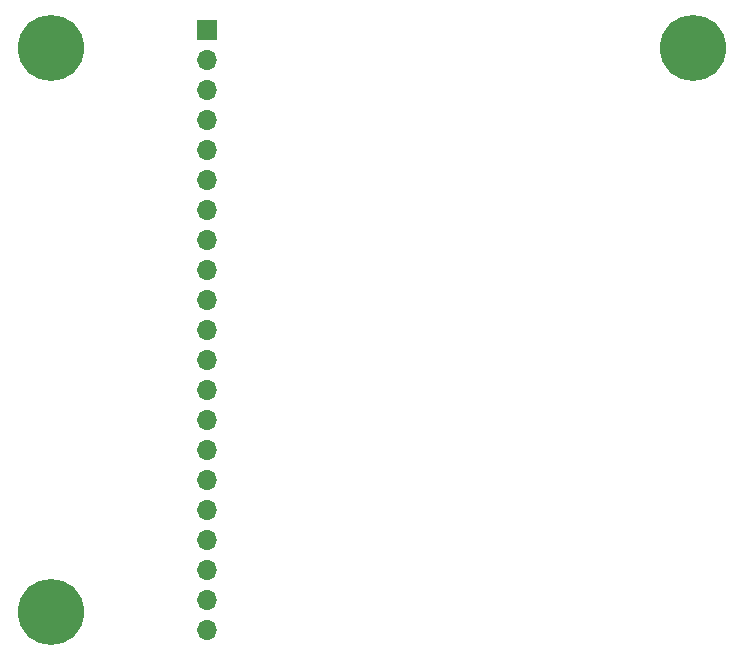
<source format=gbr>
%TF.GenerationSoftware,KiCad,Pcbnew,(6.0.4)*%
%TF.CreationDate,2022-05-17T22:38:11-07:00*%
%TF.ProjectId,ffc_interceptor,6666635f-696e-4746-9572-636570746f72,rev?*%
%TF.SameCoordinates,Original*%
%TF.FileFunction,Soldermask,Bot*%
%TF.FilePolarity,Negative*%
%FSLAX46Y46*%
G04 Gerber Fmt 4.6, Leading zero omitted, Abs format (unit mm)*
G04 Created by KiCad (PCBNEW (6.0.4)) date 2022-05-17 22:38:11*
%MOMM*%
%LPD*%
G01*
G04 APERTURE LIST*
%ADD10C,3.600000*%
%ADD11C,5.600000*%
%ADD12R,1.700000X1.700000*%
%ADD13O,1.700000X1.700000*%
G04 APERTURE END LIST*
D10*
%TO.C,H2*%
X131064000Y-75184000D03*
D11*
X131064000Y-75184000D03*
%TD*%
%TO.C,H3*%
X131064000Y-122936000D03*
D10*
X131064000Y-122936000D03*
%TD*%
D11*
%TO.C,H1*%
X185420000Y-75184000D03*
D10*
X185420000Y-75184000D03*
%TD*%
D12*
%TO.C,J2*%
X144272000Y-73660000D03*
D13*
X144272000Y-76200000D03*
X144272000Y-78740000D03*
X144272000Y-81280000D03*
X144272000Y-83820000D03*
X144272000Y-86360000D03*
X144272000Y-88900000D03*
X144272000Y-91440000D03*
X144272000Y-93980000D03*
X144272000Y-96520000D03*
X144272000Y-99060000D03*
X144272000Y-101600000D03*
X144272000Y-104140000D03*
X144272000Y-106680000D03*
X144272000Y-109220000D03*
X144272000Y-111760000D03*
X144272000Y-114300000D03*
X144272000Y-116840000D03*
X144272000Y-119380000D03*
X144272000Y-121920000D03*
X144272000Y-124460000D03*
%TD*%
M02*

</source>
